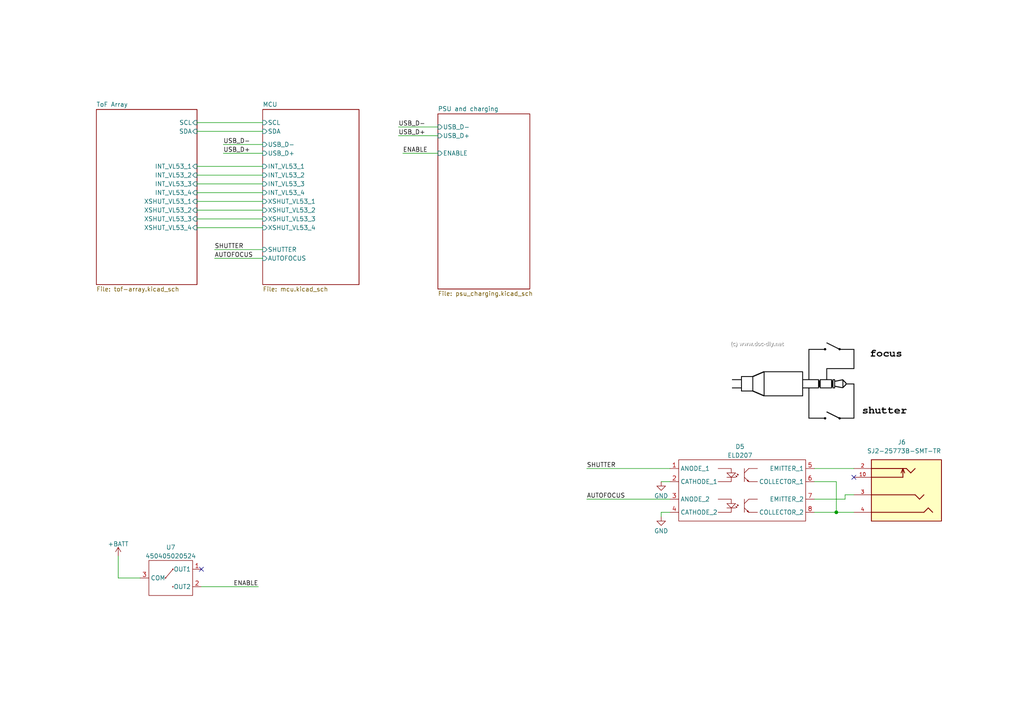
<source format=kicad_sch>
(kicad_sch (version 20230121) (generator eeschema)
  (paper "A4")
  (lib_symbols
    (symbol "450405020524:450405020524"
      (property "Reference" "U" (at 0 5.08 0))
      (symbol "450405020524_0_1"
        (rectangle (start -6.35 5.08) (end 6.35 -5.08))
        (circle (center -1.524 0) (radius 0.127))
        (polyline (pts (xy -1.524 0) (xy 0.635 2.54)))
        (circle (center 0.635 -2.54) (radius 0.127))
        (circle (center 0.635 2.54) (radius 0.127))
      )
      (symbol "450405020524_1_1"
        (pin input line (at 8.89 2.54 180) (length 2.54) (name "OUT1") (number "1"))
        (pin input line (at 8.89 -2.54 180) (length 2.54) (name "OUT2") (number "2"))
        (pin input line (at -8.89 0 0) (length 2.54) (name "COM") (number "3"))
      )
    )
    (symbol "ELD207:ELD207"
      (property "Reference" "D" (at -1.27 7.62 0))
      (symbol "ELD207_0_1"
        (rectangle (start -19.05 6.35) (end 17.78 -11.43))
        (polyline (pts (xy -2.54 -7.62) (xy -5.08 -7.62)))
        (polyline (pts (xy -2.54 1.27) (xy -5.08 1.27)))
        (polyline (pts (xy 0 -7.62) (xy 1.27 -8.89)))
        (polyline (pts (xy 0 -6.35) (xy 1.27 -5.08)))
        (polyline (pts (xy 0 -5.08) (xy 0 -8.89)))
        (polyline (pts (xy 0 1.27) (xy 1.27 0)))
        (polyline (pts (xy 0 2.54) (xy 1.27 3.81)))
        (polyline (pts (xy 0 3.81) (xy 0 0)))
        (polyline (pts (xy 1.27 -8.89) (xy 3.81 -8.89)))
        (polyline (pts (xy 1.27 -5.08) (xy 3.81 -5.08)))
        (polyline (pts (xy 1.27 0) (xy 3.81 0)))
        (polyline (pts (xy 1.27 3.81) (xy 3.81 3.81)))
        (polyline (pts (xy -3.81 -7.62) (xy -3.81 -8.89) (xy -7.62 -8.89)))
        (polyline (pts (xy -3.81 -6.35) (xy -3.81 -5.08) (xy -7.62 -5.08)))
        (polyline (pts (xy -3.81 1.27) (xy -3.81 0) (xy -7.62 0)))
        (polyline (pts (xy -3.81 2.54) (xy -3.81 3.81) (xy -7.62 3.81)))
        (polyline (pts (xy -3.81 -7.62) (xy -5.08 -6.35) (xy -2.54 -6.35) (xy -3.81 -7.62)))
        (polyline (pts (xy -3.81 1.27) (xy -5.08 2.54) (xy -2.54 2.54) (xy -3.81 1.27)))
        (polyline (pts (xy 1.27 -8.89) (xy 1.016 -8.382) (xy 0.762 -8.636) (xy 1.27 -8.89)))
        (polyline (pts (xy 1.27 0) (xy 1.016 0.508) (xy 0.762 0.254) (xy 1.27 0)))
        (polyline (pts (xy -2.54 -7.112) (xy -2.159 -7.493) (xy -2.159 -7.239) (xy -2.413 -7.493) (xy -2.159 -7.493)))
        (polyline (pts (xy -2.54 1.778) (xy -2.159 1.397) (xy -2.159 1.651) (xy -2.413 1.397) (xy -2.159 1.397)))
        (polyline (pts (xy -2.159 -6.604) (xy -1.778 -6.985) (xy -1.778 -6.731) (xy -2.032 -6.985) (xy -1.778 -6.985)))
        (polyline (pts (xy -2.159 2.286) (xy -1.778 1.905) (xy -1.778 2.159) (xy -2.032 1.905) (xy -1.778 1.905)))
      )
      (symbol "ELD207_1_1"
        (pin input line (at -21.59 3.81 0) (length 2.54) (name "ANODE_1") (number "1"))
        (pin input line (at -21.59 0 0) (length 2.54) (name "CATHODE_1") (number "2"))
        (pin input line (at -21.59 -5.08 0) (length 2.54) (name "ANODE_2") (number "3"))
        (pin input line (at -21.59 -8.89 0) (length 2.54) (name "CATHODE_2") (number "4"))
        (pin input line (at 20.32 3.81 180) (length 2.54) (name "EMITTER_1") (number "5"))
        (pin input line (at 20.32 0 180) (length 2.54) (name "COLLECTOR_1") (number "6"))
        (pin input line (at 20.32 -5.08 180) (length 2.54) (name "EMITTER_2") (number "7"))
        (pin input line (at 20.32 -8.89 180) (length 2.54) (name "COLLECTOR_2") (number "8"))
      )
    )
    (symbol "SJ2-25773B-SMT-TR:SJ2-25773B-SMT-TR" (pin_names (offset 1.016) hide)
      (property "Reference" "J" (at -10.1854 8.1534 0))
      (property "Value" "SJ2-25773B-SMT-TR" (at -10.1854 -12.0904 0))
      (symbol "SJ2-25773B-SMT-TR_0_0"
        (rectangle (start -10.16 -10.16) (end 10.16 7.62) (stroke (width 0.254)) (fill (type background)))
        (polyline (pts (xy -7.62 5.08) (xy -6.35 3.81)) (stroke (width 0.254)))
        (polyline (pts (xy -6.35 3.81) (xy -5.08 5.08)) (stroke (width 0.254)))
        (polyline (pts (xy -5.08 0) (xy -3.81 1.27)) (stroke (width 0.254)))
        (polyline (pts (xy -3.81 1.27) (xy -2.54 0)) (stroke (width 0.254)))
        (polyline (pts (xy -2.54 -7.62) (xy -1.27 -6.35)) (stroke (width 0.254)))
        (polyline (pts (xy -2.54 0) (xy 10.16 0)) (stroke (width 0.254)))
        (polyline (pts (xy -1.27 -6.35) (xy 0 -7.62)) (stroke (width 0.254)))
        (polyline (pts (xy 0 -7.62) (xy 1.016 -7.62)) (stroke (width 0.254)))
        (polyline (pts (xy 1.016 -7.62) (xy 0.508 -6.35)) (stroke (width 0.254)))
        (polyline (pts (xy 1.016 -7.62) (xy 1.524 -6.35)) (stroke (width 0.254)))
        (polyline (pts (xy 1.016 -7.62) (xy 10.16 -7.62)) (stroke (width 0.254)))
        (polyline (pts (xy 1.016 -5.08) (xy 1.016 -7.62)) (stroke (width 0.254)))
        (polyline (pts (xy 10.16 -5.08) (xy 1.016 -5.08)) (stroke (width 0.254)))
        (polyline (pts (xy 10.16 5.08) (xy -5.08 5.08)) (stroke (width 0.254)))
        (pin passive line (at 15.24 -5.08 180) (length 5.08) (name "~") (number "10"))
        (pin passive line (at 15.24 -7.62 180) (length 5.08) (name "~") (number "2"))
        (pin passive line (at 15.24 0 180) (length 5.08) (name "~") (number "3"))
        (pin passive line (at 15.24 5.08 180) (length 5.08) (name "~") (number "4"))
      )
    )
    (symbol "power:+BATT" (power) (pin_names (offset 0))
      (property "Value" "+BATT" (at 0 3.556 0))
      (symbol "+BATT_0_1"
        (polyline (pts (xy -0.762 1.27) (xy 0 2.54)))
        (polyline (pts (xy 0 0) (xy 0 2.54)))
        (polyline (pts (xy 0 2.54) (xy 0.762 1.27)))
      )
      (symbol "+BATT_1_1"
        (pin power_in line (at 0 0 90) (length 0) hide (name "+BATT") (number "1"))
      )
    )
    (symbol "power:GND" (power) (pin_names (offset 0))
      (property "Value" "GND" (at 0 -3.81 0))
      (symbol "GND_0_1"
        (polyline (pts (xy 0 0) (xy 0 -1.27) (xy 1.27 -1.27) (xy 0 -2.54) (xy -1.27 -1.27) (xy 0 -1.27)))
      )
      (symbol "GND_1_1"
        (pin power_in line (at 0 0 270) (length 0) hide (name "GND") (number "1"))
      )
    )
  )
  (junction (at 242.57 148.59))
  (no_connect (at 58.42 165.1))
  (no_connect (at 247.65 138.43))
  (wire (pts (xy 247.65 143.51) (xy 245.11 143.51)))
  (wire (pts (xy 62.23 74.93) (xy 76.2 74.93)))
  (wire (pts (xy 40.64 167.64) (xy 34.29 167.64)))
  (wire (pts (xy 194.31 148.59) (xy 191.77 148.59)))
  (wire (pts (xy 245.11 144.78) (xy 236.22 144.78)))
  (wire (pts (xy 242.57 139.7) (xy 242.57 148.59)))
  (wire (pts (xy 57.15 55.88) (xy 76.2 55.88)))
  (wire (pts (xy 62.23 72.39) (xy 76.2 72.39)))
  (wire (pts (xy 115.57 39.37) (xy 127 39.37)))
  (wire (pts (xy 57.15 60.96) (xy 76.2 60.96)))
  (wire (pts (xy 236.22 139.7) (xy 242.57 139.7)))
  (wire (pts (xy 245.11 143.51) (xy 245.11 144.78)))
  (wire (pts (xy 57.15 50.8) (xy 76.2 50.8)))
  (wire (pts (xy 57.15 35.56) (xy 76.2 35.56)))
  (wire (pts (xy 34.29 167.64) (xy 34.29 161.29)))
  (wire (pts (xy 191.77 148.59) (xy 191.77 149.86)))
  (wire (pts (xy 58.42 170.18) (xy 74.93 170.18)))
  (wire (pts (xy 170.18 144.78) (xy 194.31 144.78)))
  (wire (pts (xy 57.15 58.42) (xy 76.2 58.42)))
  (wire (pts (xy 191.77 139.7) (xy 194.31 139.7)))
  (wire (pts (xy 57.15 48.26) (xy 76.2 48.26)))
  (wire (pts (xy 57.15 38.1) (xy 76.2 38.1)))
  (wire (pts (xy 57.15 66.04) (xy 76.2 66.04)))
  (wire (pts (xy 115.57 36.83) (xy 127 36.83)))
  (wire (pts (xy 236.22 135.89) (xy 247.65 135.89)))
  (wire (pts (xy 57.15 53.34) (xy 76.2 53.34)))
  (wire (pts (xy 242.57 148.59) (xy 247.65 148.59)))
  (wire (pts (xy 116.84 44.45) (xy 127 44.45)))
  (wire (pts (xy 64.77 44.45) (xy 76.2 44.45)))
  (wire (pts (xy 64.77 41.91) (xy 76.2 41.91)))
  (wire (pts (xy 170.18 135.89) (xy 194.31 135.89)))
  (wire (pts (xy 57.15 63.5) (xy 76.2 63.5)))
  (wire (pts (xy 236.22 148.59) (xy 242.57 148.59)))
  (image (at 238.76 110.49) (scale 0.970503))
  (label "USB_D-" (at 64.77 41.91 0))
  (label "AUTOFOCUS" (at 170.18 144.78 0))
  (label "USB_D-" (at 115.57 36.83 0))
  (label "ENABLE" (at 116.84 44.45 0))
  (label "USB_D+" (at 64.77 44.45 0))
  (label "SHUTTER" (at 170.18 135.89 0))
  (label "ENABLE" (at 74.93 170.18 180))
  (label "USB_D+" (at 115.57 39.37 0))
  (label "SHUTTER" (at 62.23 72.39 0))
  (label "AUTOFOCUS" (at 62.23 74.93 0))
  (symbol (lib_id "ELD207:ELD207") (at 215.9 139.7 0) (unit 1)
    (property "Reference" "D5" (at 214.63 129.54 0))
    (property "Value" "ELD207" (at 214.63 132.08 0))
    (property "Footprint" "Package_SO:SO-8_3.9x4.9mm_P1.27mm" (effects hide))
  )
  (symbol (lib_id "450405020524:450405020524") (at 49.53 167.64 0) (unit 1)
    (property "Reference" "U7" (at 49.53 158.75 0))
    (property "Value" "450405020524" (at 49.53 161.29 0))
    (property "Footprint" "450405020524:450405020524" (effects hide))
  )
  (symbol (lib_id "power:+BATT") (at 34.29 161.29 0) (unit 1)
    (property "Reference" "#PWR065" (effects hide))
    (property "Value" "+BATT" (at 34.29 157.7881 0))
    (instances (project "rep-trap-pcb" (path "" (reference "#PWR065") (unit 1)) (path "" (reference "#PWR069") (unit 1))))
  )
  (symbol (lib_id "power:GND") (at 191.77 149.86 0) (unit 1)
    (property "Reference" "#PWR074" (effects hide))
    (property "Value" "GND" (at 191.77 153.9955 0))
  )
  (symbol (lib_id "SJ2-25773B-SMT-TR:SJ2-25773B-SMT-TR") (at 262.89 143.51 180) (unit 1)
    (property "Reference" "J6" (at 260.35 128.27 0) (effects (justify right)))
    (property "Value" "SJ2-25773B-SMT-TR" (at 251.46 130.81 0) (effects (justify right)))
    (property "Footprint" "SJ-25773B-SMT:CUI_SJ2-25773B-SMT-TR" (effects hide))
    (property "PARTREV" "1.01" (effects hide))
    (property "STANDARD" "Manufacturer Recommendation" (effects hide))
    (property "MANUFACTURER" "CUI Inc" (effects hide))
    (instances (project "rep-trap-pcb" (path "" (reference "J6") (unit 1)) (path "" (reference "J5") (unit 1))))
  )
  (symbol (lib_id "power:GND") (at 191.77 139.7 0) (unit 1)
    (property "Reference" "#PWR072" (effects hide))
    (property "Value" "GND" (at 191.77 143.8355 0))
    (instances (project "rep-trap-pcb" (path "" (reference "#PWR072") (unit 1)) (path "" (reference "#PWR073") (unit 1))))
  )
  (sheet (at 127 33.02) (size 26.67 50.8) (stroke (width 0.1524))
    (property "Sheetname" "PSU and charging" (at 127 32.3084 0) (effects (justify left bottom)))
    (property "Sheetfile" "psu_charging.kicad_sch" (at 127 84.4046 0) (effects (justify left top)))
    (pin "USB_D+" input (at 127 39.37 180))
    (pin "USB_D-" input (at 127 36.83 180))
    (pin "ENABLE" input (at 127 44.45 180))
  )
  (sheet (at 27.94 31.75) (size 29.21 50.8) (stroke (width 0.1524))
    (property "Sheetname" "ToF Array" (at 27.94 31.0384 0) (effects (justify left bottom)))
    (property "Sheetfile" "tof-array.kicad_sch" (at 27.94 83.1346 0) (effects (justify left top)))
    (pin "SCL" input (at 57.15 35.56 0))
    (pin "SDA" input (at 57.15 38.1 0))
    (pin "INT_VL53_1" input (at 57.15 48.26 0))
    (pin "INT_VL53_2" input (at 57.15 50.8 0))
    (pin "INT_VL53_3" input (at 57.15 53.34 0))
    (pin "INT_VL53_4" input (at 57.15 55.88 0))
    (pin "XSHUT_VL53_1" input (at 57.15 58.42 0))
    (pin "XSHUT_VL53_3" input (at 57.15 63.5 0))
    (pin "XSHUT_VL53_2" input (at 57.15 60.96 0))
    (pin "XSHUT_VL53_4" input (at 57.15 66.04 0))
  )
  (sheet (at 76.2 31.75) (size 27.94 50.8) (stroke (width 0.1524))
    (property "Sheetname" "MCU" (at 76.2 31.0384 0) (effects (justify left bottom)))
    (property "Sheetfile" "mcu.kicad_sch" (at 76.2 83.1346 0) (effects (justify left top)))
    (pin "SCL" input (at 76.2 35.56 180))
    (pin "SDA" input (at 76.2 38.1 180))
    (pin "USB_D-" input (at 76.2 41.91 180))
    (pin "USB_D+" input (at 76.2 44.45 180))
    (pin "INT_VL53_1" input (at 76.2 48.26 180))
    (pin "INT_VL53_4" input (at 76.2 55.88 180))
    (pin "XSHUT_VL53_3" input (at 76.2 63.5 180))
    (pin "XSHUT_VL53_2" input (at 76.2 60.96 180))
    (pin "INT_VL53_3" input (at 76.2 53.34 180))
    (pin "XSHUT_VL53_4" input (at 76.2 66.04 180))
    (pin "XSHUT_VL53_1" input (at 76.2 58.42 180))
    (pin "INT_VL53_2" input (at 76.2 50.8 180))
    (pin "SHUTTER" input (at 76.2 72.39 180))
    (pin "AUTOFOCUS" input (at 76.2 74.93 180))
  )
)
</source>
